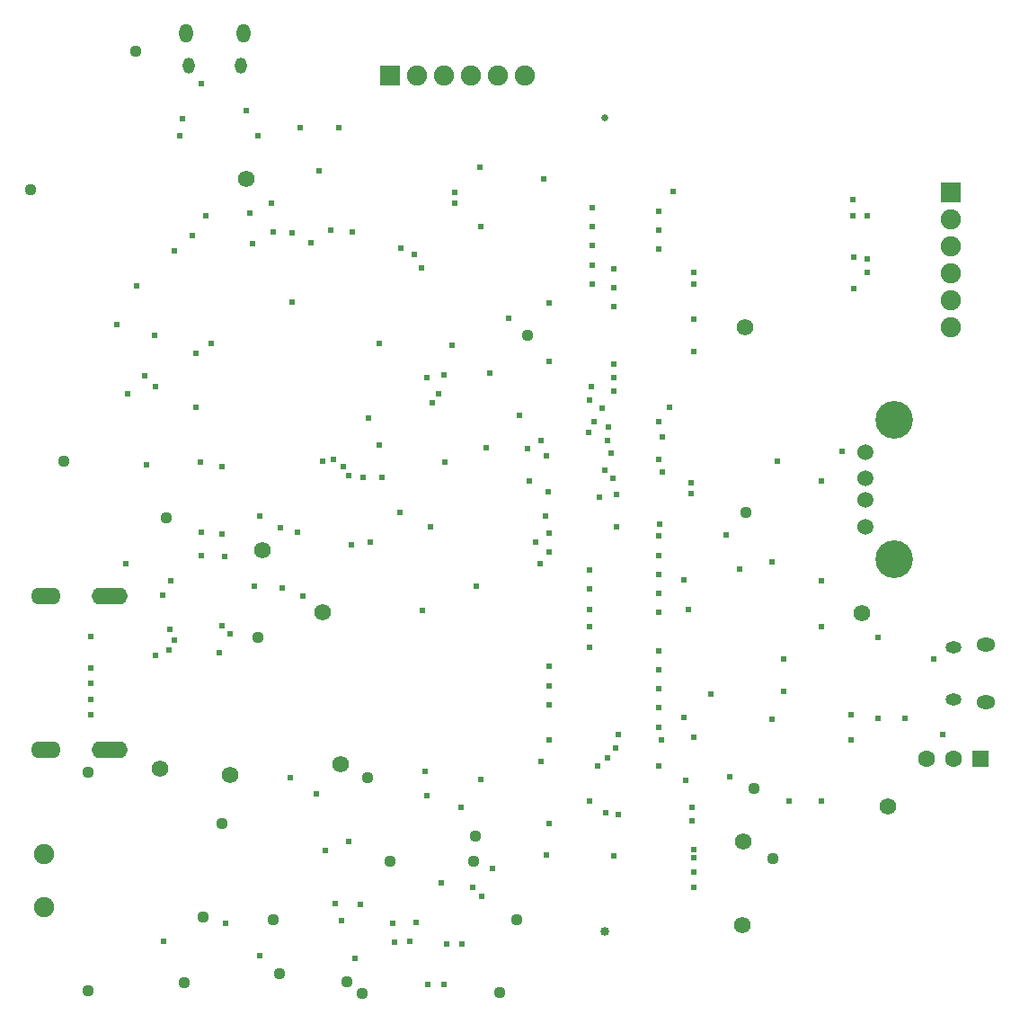
<source format=gbs>
G04*
G04 #@! TF.GenerationSoftware,Altium Limited,Altium Designer,20.0.11 (256)*
G04*
G04 Layer_Color=16711935*
%FSLAX25Y25*%
%MOIN*%
G70*
G01*
G75*
%ADD64O,0.05124X0.07093*%
%ADD65O,0.04337X0.05912*%
%ADD66C,0.07487*%
%ADD67R,0.07487X0.07487*%
%ADD68C,0.06181*%
%ADD69C,0.03353*%
%ADD70C,0.02565*%
%ADD71C,0.06306*%
%ADD72R,0.06306X0.06306*%
%ADD73R,0.07487X0.07487*%
%ADD74O,0.07093X0.05124*%
%ADD75O,0.05912X0.04337*%
%ADD76C,0.05991*%
%ADD77C,0.13983*%
%ADD78O,0.11030X0.06306*%
%ADD79O,0.13392X0.06306*%
%ADD80C,0.02400*%
%ADD81C,0.04400*%
D64*
X70772Y365972D02*
D03*
X92228D02*
D03*
D65*
X71953Y354043D02*
D03*
X91047D02*
D03*
D66*
X166500Y350500D02*
D03*
X156500D02*
D03*
X176500D02*
D03*
X186500D02*
D03*
X196500D02*
D03*
X18236Y42158D02*
D03*
Y61843D02*
D03*
X354500Y257000D02*
D03*
Y267000D02*
D03*
Y277000D02*
D03*
Y297000D02*
D03*
Y287000D02*
D03*
D67*
X146500Y350500D02*
D03*
D68*
X93000Y312000D02*
D03*
X99000Y174500D02*
D03*
X121500Y151500D02*
D03*
X278000Y257000D02*
D03*
X61000Y93500D02*
D03*
X277500Y66500D02*
D03*
X128000Y95000D02*
D03*
X321500Y151000D02*
D03*
X87000Y91000D02*
D03*
X277000Y35500D02*
D03*
X331000Y79500D02*
D03*
D69*
X226008Y33067D02*
D03*
D70*
Y334642D02*
D03*
D71*
X345500Y97000D02*
D03*
X355500D02*
D03*
D72*
X365500D02*
D03*
D73*
X354500Y307000D02*
D03*
D74*
X367516Y139439D02*
D03*
Y117982D02*
D03*
D75*
X355587Y138258D02*
D03*
Y119163D02*
D03*
D76*
X322917Y200937D02*
D03*
Y193063D02*
D03*
Y210780D02*
D03*
Y183221D02*
D03*
D77*
X333587Y171134D02*
D03*
Y222866D02*
D03*
D78*
X18693Y100457D02*
D03*
Y157543D02*
D03*
D79*
X42315Y100457D02*
D03*
Y157543D02*
D03*
D80*
X318500Y271500D02*
D03*
Y283000D02*
D03*
X323500Y277500D02*
D03*
Y282500D02*
D03*
X93000Y337500D02*
D03*
X87000Y143500D02*
D03*
X259000Y60500D02*
D03*
X306500Y146000D02*
D03*
Y163000D02*
D03*
X327500Y142000D02*
D03*
X205500Y104000D02*
D03*
X74500Y247500D02*
D03*
X84000Y205500D02*
D03*
X136500Y201500D02*
D03*
X105721Y182913D02*
D03*
X66500Y285500D02*
D03*
X220500Y81500D02*
D03*
X226500Y77000D02*
D03*
X98000Y187000D02*
D03*
X106500Y160500D02*
D03*
X85000Y172000D02*
D03*
X164500Y232500D02*
D03*
X142500Y251000D02*
D03*
X155500Y284000D02*
D03*
X117000Y288500D02*
D03*
X95500Y288000D02*
D03*
X76000Y207000D02*
D03*
X74500Y227500D02*
D03*
X142500Y213500D02*
D03*
X161500Y183000D02*
D03*
X143500Y201500D02*
D03*
X133500Y23000D02*
D03*
X122500Y63000D02*
D03*
X76500Y347500D02*
D03*
X62500Y29500D02*
D03*
X85503Y36232D02*
D03*
X98000Y24000D02*
D03*
X128500Y37000D02*
D03*
X126000Y43500D02*
D03*
X135500Y43000D02*
D03*
X131000Y66500D02*
D03*
X119125Y84039D02*
D03*
X109500Y90000D02*
D03*
X124500Y293000D02*
D03*
X103000Y292500D02*
D03*
X59000Y254000D02*
D03*
X59500Y235000D02*
D03*
X56000Y206000D02*
D03*
X114000Y157500D02*
D03*
X84000Y180500D02*
D03*
X112000Y181000D02*
D03*
X139000Y177500D02*
D03*
X150000Y188500D02*
D03*
X162000Y229000D02*
D03*
X169500Y250500D02*
D03*
X158000Y279000D02*
D03*
X150500Y286500D02*
D03*
X73000Y291000D02*
D03*
X78000Y298500D02*
D03*
X68500Y328000D02*
D03*
X69500Y334500D02*
D03*
X97500Y328000D02*
D03*
X127500Y331000D02*
D03*
X113000D02*
D03*
X120000Y315000D02*
D03*
X132000Y176500D02*
D03*
X159500Y92500D02*
D03*
X138500Y223500D02*
D03*
X132500Y292500D02*
D03*
X110000Y292000D02*
D03*
Y266500D02*
D03*
X121319Y207343D02*
D03*
X52500Y272500D02*
D03*
X80000Y251000D02*
D03*
X49000Y232500D02*
D03*
X55500Y239000D02*
D03*
X45000Y258000D02*
D03*
X102500Y303000D02*
D03*
X94552Y299334D02*
D03*
X170500Y303000D02*
D03*
Y307000D02*
D03*
X180000Y294500D02*
D03*
X179875Y316354D02*
D03*
X204500Y209500D02*
D03*
X131000Y202000D02*
D03*
X129000Y205500D02*
D03*
X125500Y208000D02*
D03*
X197500Y212000D02*
D03*
X183500Y240000D02*
D03*
X166500Y239500D02*
D03*
X160135Y238365D02*
D03*
X166625Y207115D02*
D03*
X182000Y212500D02*
D03*
X202500Y215000D02*
D03*
X194500Y224500D02*
D03*
X317500Y113500D02*
D03*
X327500Y112188D02*
D03*
X337500D02*
D03*
X259000Y63500D02*
D03*
X231000Y76500D02*
D03*
X229500Y61000D02*
D03*
X204500Y61500D02*
D03*
X258500Y79000D02*
D03*
X272500Y90500D02*
D03*
X227000Y97500D02*
D03*
X180000Y89500D02*
D03*
X247000Y104000D02*
D03*
X265500Y121000D02*
D03*
X64306Y137515D02*
D03*
X59500Y135500D02*
D03*
X66500Y141000D02*
D03*
X231000Y106000D02*
D03*
X65000Y163000D02*
D03*
X220500Y138500D02*
D03*
Y146000D02*
D03*
Y152500D02*
D03*
Y160000D02*
D03*
Y167000D02*
D03*
X204000Y187000D02*
D03*
X205000Y196000D02*
D03*
X246500Y184000D02*
D03*
X230500Y195000D02*
D03*
X247500Y203500D02*
D03*
X226000Y204000D02*
D03*
X247500Y216500D02*
D03*
X227000Y215000D02*
D03*
X220000Y218000D02*
D03*
X225000Y227000D02*
D03*
X220500Y230000D02*
D03*
X221000Y235000D02*
D03*
X250000Y227500D02*
D03*
X229500Y233500D02*
D03*
X229588Y243495D02*
D03*
X229433Y264751D02*
D03*
Y271760D02*
D03*
Y278900D02*
D03*
X221500Y273000D02*
D03*
Y280000D02*
D03*
Y287500D02*
D03*
Y294500D02*
D03*
Y301500D02*
D03*
X203500Y312000D02*
D03*
X64932Y145000D02*
D03*
X287998Y111752D02*
D03*
X288000Y170000D02*
D03*
X256000Y89000D02*
D03*
X257000Y152500D02*
D03*
X255500Y112500D02*
D03*
X165500Y51000D02*
D03*
X160000Y83500D02*
D03*
X83000Y136500D02*
D03*
X84000Y146500D02*
D03*
X48500Y169500D02*
D03*
X205500Y73000D02*
D03*
X184500Y56500D02*
D03*
X166500Y13500D02*
D03*
X160500D02*
D03*
X230500Y183000D02*
D03*
X202000Y169500D02*
D03*
X200500Y177500D02*
D03*
X224000Y194000D02*
D03*
X177000Y49500D02*
D03*
X180500Y46000D02*
D03*
X147500Y36000D02*
D03*
X148123Y29017D02*
D03*
X173000Y28500D02*
D03*
X153900Y29300D02*
D03*
X167463Y28323D02*
D03*
X156107Y36434D02*
D03*
X172638Y79000D02*
D03*
X306500Y200000D02*
D03*
X202500Y96000D02*
D03*
X223500Y94500D02*
D03*
X198000Y200000D02*
D03*
X229000Y201000D02*
D03*
X228500Y210500D02*
D03*
X227500Y220000D02*
D03*
X222270Y222174D02*
D03*
X229500Y238500D02*
D03*
X230000Y101000D02*
D03*
X35500Y130825D02*
D03*
Y125038D02*
D03*
Y119053D02*
D03*
Y113500D02*
D03*
X323500Y298500D02*
D03*
X318125Y298375D02*
D03*
X318000Y304500D02*
D03*
X62021Y157771D02*
D03*
X35500Y142500D02*
D03*
X96025Y161160D02*
D03*
X251500Y307500D02*
D03*
X276000Y167500D02*
D03*
X351500Y106000D02*
D03*
X292500Y122000D02*
D03*
Y134000D02*
D03*
X76500Y172500D02*
D03*
Y181000D02*
D03*
X178500Y161000D02*
D03*
X158500Y152000D02*
D03*
X290000Y207500D02*
D03*
X246000Y300154D02*
D03*
Y293077D02*
D03*
Y286000D02*
D03*
X259000Y277500D02*
D03*
Y273000D02*
D03*
Y260000D02*
D03*
Y248000D02*
D03*
X205500Y266000D02*
D03*
X190500Y260500D02*
D03*
X246000Y222182D02*
D03*
Y208000D02*
D03*
Y179671D02*
D03*
Y172500D02*
D03*
Y165500D02*
D03*
Y158500D02*
D03*
Y151500D02*
D03*
X205500Y244500D02*
D03*
Y180790D02*
D03*
Y173825D02*
D03*
X246000Y137202D02*
D03*
Y130000D02*
D03*
X205500Y131500D02*
D03*
Y124000D02*
D03*
X246000Y123000D02*
D03*
Y116000D02*
D03*
X205500Y117000D02*
D03*
X246000Y108800D02*
D03*
Y94500D02*
D03*
X258000Y195500D02*
D03*
Y199500D02*
D03*
X314000Y211000D02*
D03*
X271000Y180000D02*
D03*
X255500Y163500D02*
D03*
X348000Y134000D02*
D03*
X317500Y104000D02*
D03*
X306500Y81500D02*
D03*
X294500D02*
D03*
X259000Y105000D02*
D03*
X258500Y74000D02*
D03*
X259000Y55000D02*
D03*
Y49500D02*
D03*
D81*
X187000Y10500D02*
D03*
X136000Y10000D02*
D03*
X25500Y207500D02*
D03*
X13000Y308000D02*
D03*
X52000Y359500D02*
D03*
X70000Y14000D02*
D03*
X130500Y14500D02*
D03*
X105500Y17500D02*
D03*
X77000Y38500D02*
D03*
X288500Y60000D02*
D03*
X278500Y188500D02*
D03*
X281500Y86000D02*
D03*
X197500Y254000D02*
D03*
X138000Y90000D02*
D03*
X193500Y37500D02*
D03*
X177500Y59000D02*
D03*
X178000Y68500D02*
D03*
X146500Y59000D02*
D03*
X97500Y142000D02*
D03*
X103000Y37500D02*
D03*
X63500Y186500D02*
D03*
X84000Y73000D02*
D03*
X34500Y11000D02*
D03*
Y92000D02*
D03*
M02*

</source>
